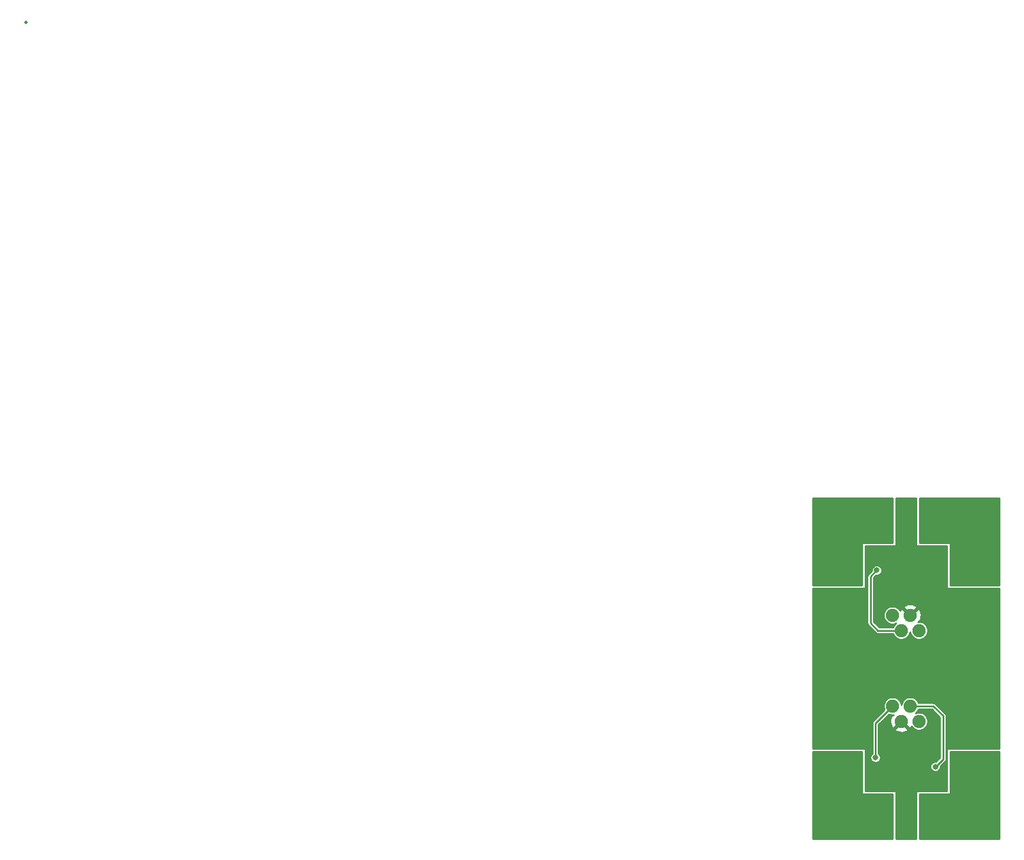
<source format=gbr>
%TF.GenerationSoftware,KiCad,Pcbnew,(5.1.10)-1*%
%TF.CreationDate,2021-07-20T09:59:38-04:00*%
%TF.ProjectId,Smart Tank Current Shunt,536d6172-7420-4546-916e-6b2043757272,rev?*%
%TF.SameCoordinates,Original*%
%TF.FileFunction,Copper,L6,Bot*%
%TF.FilePolarity,Positive*%
%FSLAX46Y46*%
G04 Gerber Fmt 4.6, Leading zero omitted, Abs format (unit mm)*
G04 Created by KiCad (PCBNEW (5.1.10)-1) date 2021-07-20 09:59:38*
%MOMM*%
%LPD*%
G01*
G04 APERTURE LIST*
%TA.AperFunction,ComponentPad*%
%ADD10C,0.500000*%
%TD*%
%TA.AperFunction,ComponentPad*%
%ADD11C,3.100000*%
%TD*%
%TA.AperFunction,ComponentPad*%
%ADD12C,3.099999*%
%TD*%
%TA.AperFunction,ComponentPad*%
%ADD13C,1.900000*%
%TD*%
%TA.AperFunction,ViaPad*%
%ADD14C,0.800000*%
%TD*%
%TA.AperFunction,Conductor*%
%ADD15C,0.250000*%
%TD*%
%TA.AperFunction,Conductor*%
%ADD16C,0.254000*%
%TD*%
%TA.AperFunction,Conductor*%
%ADD17C,0.100000*%
%TD*%
G04 APERTURE END LIST*
D10*
%TO.P,REF\u002A\u002A,1*%
%TO.N,Net-(J1-Pad8)*%
X123060000Y-115760000D03*
%TD*%
%TO.P,REF\u002A\u002A,1*%
%TO.N,Net-(J1-Pad8)*%
X122160000Y-115760000D03*
%TD*%
%TO.P,REF\u002A\u002A,1*%
%TO.N,Net-(J1-Pad8)*%
X121260000Y-115760000D03*
%TD*%
%TO.P,REF\u002A\u002A,1*%
%TO.N,Net-(J1-Pad8)*%
X123060000Y-114860000D03*
%TD*%
%TO.P,REF\u002A\u002A,1*%
%TO.N,Net-(J1-Pad8)*%
X122160000Y-114860000D03*
%TD*%
%TO.P,REF\u002A\u002A,1*%
%TO.N,Net-(J1-Pad8)*%
X121260000Y-114860000D03*
%TD*%
%TO.P,REF\u002A\u002A,1*%
%TO.N,Net-(J1-Pad8)*%
X123060000Y-113960000D03*
%TD*%
%TO.P,REF\u002A\u002A,1*%
%TO.N,Net-(J1-Pad8)*%
X122160000Y-113960000D03*
%TD*%
%TO.P,REF\u002A\u002A,1*%
%TO.N,Net-(J1-Pad8)*%
X121260000Y-113960000D03*
%TD*%
%TO.P,REF\u002A\u002A,1*%
%TO.N,Net-(J1-Pad8)*%
X123060000Y-113060000D03*
%TD*%
%TO.P,REF\u002A\u002A,1*%
%TO.N,Net-(J1-Pad8)*%
X122160000Y-113060000D03*
%TD*%
%TO.P,REF\u002A\u002A,1*%
%TO.N,Net-(J1-Pad8)*%
X121260000Y-113060000D03*
%TD*%
%TO.P,REF\u002A\u002A,1*%
%TO.N,Net-(J1-Pad8)*%
X123060000Y-112160000D03*
%TD*%
%TO.P,REF\u002A\u002A,1*%
%TO.N,Net-(J1-Pad8)*%
X122160000Y-112160000D03*
%TD*%
%TO.P,REF\u002A\u002A,1*%
%TO.N,Net-(J1-Pad8)*%
X121260000Y-112160000D03*
%TD*%
%TO.P,REF\u002A\u002A,1*%
%TO.N,Net-(J1-Pad8)*%
X123060000Y-111260000D03*
%TD*%
%TO.P,REF\u002A\u002A,1*%
%TO.N,Net-(J1-Pad8)*%
X122160000Y-111260000D03*
%TD*%
%TO.P,REF\u002A\u002A,1*%
%TO.N,Net-(J1-Pad7)*%
X131300000Y-115750000D03*
%TD*%
%TO.P,REF\u002A\u002A,1*%
%TO.N,Net-(J1-Pad7)*%
X130400000Y-115750000D03*
%TD*%
%TO.P,REF\u002A\u002A,1*%
%TO.N,Net-(J1-Pad7)*%
X129500000Y-115750000D03*
%TD*%
%TO.P,REF\u002A\u002A,1*%
%TO.N,Net-(J1-Pad7)*%
X131300000Y-114850000D03*
%TD*%
%TO.P,REF\u002A\u002A,1*%
%TO.N,Net-(J1-Pad7)*%
X130400000Y-114850000D03*
%TD*%
%TO.P,REF\u002A\u002A,1*%
%TO.N,Net-(J1-Pad7)*%
X129500000Y-114850000D03*
%TD*%
%TO.P,REF\u002A\u002A,1*%
%TO.N,Net-(J1-Pad7)*%
X131300000Y-113950000D03*
%TD*%
%TO.P,REF\u002A\u002A,1*%
%TO.N,Net-(J1-Pad7)*%
X130400000Y-113950000D03*
%TD*%
%TO.P,REF\u002A\u002A,1*%
%TO.N,Net-(J1-Pad7)*%
X129500000Y-113950000D03*
%TD*%
%TO.P,REF\u002A\u002A,1*%
%TO.N,Net-(J1-Pad7)*%
X131300000Y-113050000D03*
%TD*%
%TO.P,REF\u002A\u002A,1*%
%TO.N,Net-(J1-Pad7)*%
X130400000Y-113050000D03*
%TD*%
%TO.P,REF\u002A\u002A,1*%
%TO.N,Net-(J1-Pad7)*%
X129500000Y-113050000D03*
%TD*%
%TO.P,REF\u002A\u002A,1*%
%TO.N,Net-(J1-Pad7)*%
X131300000Y-112150000D03*
%TD*%
%TO.P,REF\u002A\u002A,1*%
%TO.N,Net-(J1-Pad7)*%
X130400000Y-112150000D03*
%TD*%
%TO.P,REF\u002A\u002A,1*%
%TO.N,Net-(J1-Pad7)*%
X129500000Y-112150000D03*
%TD*%
%TO.P,REF\u002A\u002A,1*%
%TO.N,Net-(J1-Pad7)*%
X131300000Y-111250000D03*
%TD*%
%TO.P,REF\u002A\u002A,1*%
%TO.N,Net-(J1-Pad7)*%
X130400000Y-111250000D03*
%TD*%
%TO.P,REF\u002A\u002A,1*%
%TO.N,Net-(J1-Pad2)*%
X131300000Y-74350000D03*
%TD*%
%TO.P,REF\u002A\u002A,1*%
%TO.N,Net-(J1-Pad2)*%
X130400000Y-74350000D03*
%TD*%
%TO.P,REF\u002A\u002A,1*%
%TO.N,Net-(J1-Pad2)*%
X129500000Y-74350000D03*
%TD*%
%TO.P,REF\u002A\u002A,1*%
%TO.N,Net-(J1-Pad2)*%
X131300000Y-73450000D03*
%TD*%
%TO.P,REF\u002A\u002A,1*%
%TO.N,Net-(J1-Pad2)*%
X130400000Y-73450000D03*
%TD*%
%TO.P,REF\u002A\u002A,1*%
%TO.N,Net-(J1-Pad2)*%
X129500000Y-73450000D03*
%TD*%
%TO.P,REF\u002A\u002A,1*%
%TO.N,Net-(J1-Pad2)*%
X131300000Y-72550000D03*
%TD*%
%TO.P,REF\u002A\u002A,1*%
%TO.N,Net-(J1-Pad2)*%
X130400000Y-72550000D03*
%TD*%
%TO.P,REF\u002A\u002A,1*%
%TO.N,Net-(J1-Pad2)*%
X129500000Y-72550000D03*
%TD*%
%TO.P,REF\u002A\u002A,1*%
%TO.N,Net-(J1-Pad2)*%
X131300000Y-71650000D03*
%TD*%
%TO.P,REF\u002A\u002A,1*%
%TO.N,Net-(J1-Pad2)*%
X130400000Y-71650000D03*
%TD*%
%TO.P,REF\u002A\u002A,1*%
%TO.N,Net-(J1-Pad2)*%
X129500000Y-71650000D03*
%TD*%
%TO.P,REF\u002A\u002A,1*%
%TO.N,Net-(J1-Pad2)*%
X131300000Y-70750000D03*
%TD*%
%TO.P,REF\u002A\u002A,1*%
%TO.N,Net-(J1-Pad2)*%
X130400000Y-70750000D03*
%TD*%
%TO.P,REF\u002A\u002A,1*%
%TO.N,Net-(J1-Pad2)*%
X129500000Y-70750000D03*
%TD*%
%TO.P,REF\u002A\u002A,1*%
%TO.N,Net-(J1-Pad2)*%
X131300000Y-69850000D03*
%TD*%
%TO.P,REF\u002A\u002A,1*%
%TO.N,Net-(J1-Pad2)*%
X130400000Y-69850000D03*
%TD*%
%TO.P,REF\u002A\u002A,1*%
%TO.N,Net-(J1-Pad1)*%
X123070000Y-74360000D03*
%TD*%
%TO.P,REF\u002A\u002A,1*%
%TO.N,Net-(J1-Pad1)*%
X122170000Y-74360000D03*
%TD*%
%TO.P,REF\u002A\u002A,1*%
%TO.N,Net-(J1-Pad1)*%
X121270000Y-74360000D03*
%TD*%
%TO.P,REF\u002A\u002A,1*%
%TO.N,Net-(J1-Pad1)*%
X123070000Y-73460000D03*
%TD*%
%TO.P,REF\u002A\u002A,1*%
%TO.N,Net-(J1-Pad1)*%
X122170000Y-73460000D03*
%TD*%
%TO.P,REF\u002A\u002A,1*%
%TO.N,Net-(J1-Pad1)*%
X121270000Y-73460000D03*
%TD*%
%TO.P,REF\u002A\u002A,1*%
%TO.N,Net-(J1-Pad1)*%
X123070000Y-72560000D03*
%TD*%
%TO.P,REF\u002A\u002A,1*%
%TO.N,Net-(J1-Pad1)*%
X122170000Y-72560000D03*
%TD*%
%TO.P,REF\u002A\u002A,1*%
%TO.N,Net-(J1-Pad1)*%
X121270000Y-72560000D03*
%TD*%
%TO.P,REF\u002A\u002A,1*%
%TO.N,Net-(J1-Pad1)*%
X123070000Y-71660000D03*
%TD*%
%TO.P,REF\u002A\u002A,1*%
%TO.N,Net-(J1-Pad1)*%
X122170000Y-71660000D03*
%TD*%
%TO.P,REF\u002A\u002A,1*%
%TO.N,Net-(J1-Pad1)*%
X121270000Y-71660000D03*
%TD*%
%TO.P,REF\u002A\u002A,1*%
%TO.N,Net-(J1-Pad1)*%
X123070000Y-70760000D03*
%TD*%
%TO.P,REF\u002A\u002A,1*%
%TO.N,Net-(J1-Pad1)*%
X122170000Y-70760000D03*
%TD*%
%TO.P,REF\u002A\u002A,1*%
%TO.N,Net-(J1-Pad1)*%
X121270000Y-70760000D03*
%TD*%
%TO.P,REF\u002A\u002A,1*%
%TO.N,Net-(J1-Pad1)*%
X123070000Y-69860000D03*
%TD*%
%TO.P,REF\u002A\u002A,1*%
%TO.N,Net-(J1-Pad1)*%
X122170000Y-69860000D03*
%TD*%
%TO.P,REF\u002A\u002A,1*%
%TO.N,Net-(J1-Pad8)*%
X121260000Y-111260000D03*
%TD*%
%TO.P,REF\u002A\u002A,1*%
%TO.N,Net-(J1-Pad2)*%
X129500000Y-69850000D03*
%TD*%
%TO.P,REF\u002A\u002A,1*%
%TO.N,Net-(J1-Pad1)*%
X121270000Y-69860000D03*
%TD*%
%TO.P,REF\u002A\u002A,1*%
%TO.N,Net-(J1-Pad7)*%
X129500000Y-111250000D03*
%TD*%
%TO.P,REF\u002A\u002A,1*%
%TO.N,N/C*%
X0Y0D03*
%TD*%
D11*
%TO.P,J1,1*%
%TO.N,Net-(J1-Pad1)*%
X115740000Y-72300770D03*
X115740000Y-77380770D03*
D12*
%TO.P,J1,2*%
%TO.N,Net-(J1-Pad2)*%
X136740000Y-72300770D03*
X136740000Y-77380770D03*
D13*
%TO.P,J1,3*%
%TO.N,Net-(J1-Pad3)*%
X124340000Y-85150000D03*
%TO.P,J1,5*%
%TO.N,Earth*%
X126880000Y-85150000D03*
%TO.P,J1,4*%
%TO.N,Net-(CTRL_AMPS1-Pad5)*%
X125610000Y-87360000D03*
%TO.P,J1,6*%
%TO.N,Net-(C1-Pad1)*%
X128150000Y-87360000D03*
D12*
%TO.P,J1,8*%
%TO.N,Net-(J1-Pad8)*%
X115750000Y-108160770D03*
X115750000Y-113240770D03*
%TO.P,J1,7*%
%TO.N,Net-(J1-Pad7)*%
X136740000Y-108160770D03*
X136740000Y-113240770D03*
D13*
%TO.P,J1,9*%
%TO.N,Net-(J1-Pad9)*%
X128150000Y-100400000D03*
%TO.P,J1,10*%
%TO.N,Net-(J1-Pad10)*%
X126892132Y-98200000D03*
%TO.P,J1,11*%
%TO.N,Earth*%
X125610000Y-100400000D03*
%TO.P,J1,12*%
%TO.N,Net-(C2-Pad1)*%
X124352132Y-98200000D03*
%TD*%
D14*
%TO.N,Net-(C2-Pad1)*%
X121900000Y-105600000D03*
%TO.N,Net-(CTRL_AMPS1-Pad5)*%
X122100000Y-78700000D03*
%TO.N,Net-(J1-Pad10)*%
X130500000Y-106900000D03*
%TD*%
D15*
%TO.N,Net-(C2-Pad1)*%
X121900000Y-100652132D02*
X124352132Y-98200000D01*
X121900000Y-105600000D02*
X121900000Y-100652132D01*
%TO.N,Net-(CTRL_AMPS1-Pad5)*%
X122100000Y-78700000D02*
X121200000Y-79600000D01*
X121200000Y-79600000D02*
X121200000Y-86300000D01*
X122260000Y-87360000D02*
X125610000Y-87360000D01*
X121200000Y-86300000D02*
X122260000Y-87360000D01*
%TO.N,Net-(J1-Pad10)*%
X130500000Y-106900000D02*
X131600000Y-105800000D01*
X131600000Y-105800000D02*
X131600000Y-99600000D01*
X130200000Y-98200000D02*
X126892132Y-98200000D01*
X131600000Y-99600000D02*
X130200000Y-98200000D01*
%TD*%
D16*
%TO.N,Earth*%
X127773000Y-75100000D02*
X127775440Y-75124776D01*
X127782667Y-75148601D01*
X127794403Y-75170557D01*
X127810197Y-75189803D01*
X127829443Y-75205597D01*
X127851399Y-75217333D01*
X127875224Y-75224560D01*
X127900000Y-75227000D01*
X132173000Y-75227000D01*
X132173000Y-81200000D01*
X132175440Y-81224776D01*
X132182667Y-81248601D01*
X132194403Y-81270557D01*
X132210197Y-81289803D01*
X132229443Y-81305597D01*
X132251399Y-81317333D01*
X132275224Y-81324560D01*
X132300000Y-81327000D01*
X139648000Y-81327000D01*
X139648001Y-104273000D01*
X132300000Y-104273000D01*
X132275224Y-104275440D01*
X132251399Y-104282667D01*
X132229443Y-104294403D01*
X132210197Y-104310197D01*
X132194403Y-104329443D01*
X132182667Y-104351399D01*
X132175440Y-104375224D01*
X132173000Y-104400000D01*
X132173000Y-110373000D01*
X127900000Y-110373000D01*
X127875224Y-110375440D01*
X127851399Y-110382667D01*
X127829443Y-110394403D01*
X127810197Y-110410197D01*
X127794403Y-110429443D01*
X127782667Y-110451399D01*
X127775440Y-110475224D01*
X127773000Y-110500000D01*
X127773000Y-117248000D01*
X124827000Y-117248000D01*
X124827000Y-110500000D01*
X124824560Y-110475224D01*
X124817333Y-110451399D01*
X124805597Y-110429443D01*
X124789803Y-110410197D01*
X124770557Y-110394403D01*
X124748601Y-110382667D01*
X124724776Y-110375440D01*
X124700000Y-110373000D01*
X120427000Y-110373000D01*
X120427000Y-105528397D01*
X121173000Y-105528397D01*
X121173000Y-105671603D01*
X121200938Y-105812058D01*
X121255741Y-105944364D01*
X121335302Y-106063436D01*
X121436564Y-106164698D01*
X121555636Y-106244259D01*
X121687942Y-106299062D01*
X121828397Y-106327000D01*
X121971603Y-106327000D01*
X122112058Y-106299062D01*
X122244364Y-106244259D01*
X122363436Y-106164698D01*
X122464698Y-106063436D01*
X122544259Y-105944364D01*
X122599062Y-105812058D01*
X122627000Y-105671603D01*
X122627000Y-105528397D01*
X122599062Y-105387942D01*
X122544259Y-105255636D01*
X122464698Y-105136564D01*
X122363436Y-105035302D01*
X122352000Y-105027661D01*
X122352000Y-101499752D01*
X124689853Y-101499752D01*
X124779579Y-101759042D01*
X125060671Y-101894935D01*
X125362873Y-101973379D01*
X125674573Y-101991359D01*
X125983791Y-101948184D01*
X126278644Y-101845513D01*
X126440421Y-101759042D01*
X126530147Y-101499752D01*
X125610000Y-100579605D01*
X124689853Y-101499752D01*
X122352000Y-101499752D01*
X122352000Y-100839355D01*
X123826758Y-99364598D01*
X123979645Y-99427926D01*
X124226358Y-99477000D01*
X124477906Y-99477000D01*
X124502500Y-99472108D01*
X124510246Y-99479854D01*
X124250958Y-99569579D01*
X124115065Y-99850671D01*
X124036621Y-100152873D01*
X124018641Y-100464573D01*
X124061816Y-100773791D01*
X124164487Y-101068644D01*
X124250958Y-101230421D01*
X124510248Y-101320147D01*
X125430395Y-100400000D01*
X125416253Y-100385858D01*
X125595858Y-100206253D01*
X125610000Y-100220395D01*
X125624143Y-100206253D01*
X125803748Y-100385858D01*
X125789605Y-100400000D01*
X126709752Y-101320147D01*
X126969042Y-101230421D01*
X127052998Y-101056760D01*
X127158089Y-101214040D01*
X127335960Y-101391911D01*
X127545114Y-101531663D01*
X127777513Y-101627926D01*
X128024226Y-101677000D01*
X128275774Y-101677000D01*
X128522487Y-101627926D01*
X128754886Y-101531663D01*
X128964040Y-101391911D01*
X129141911Y-101214040D01*
X129281663Y-101004886D01*
X129377926Y-100772487D01*
X129427000Y-100525774D01*
X129427000Y-100274226D01*
X129377926Y-100027513D01*
X129281663Y-99795114D01*
X129141911Y-99585960D01*
X128964040Y-99408089D01*
X128754886Y-99268337D01*
X128522487Y-99172074D01*
X128275774Y-99123000D01*
X128024226Y-99123000D01*
X127777513Y-99172074D01*
X127667924Y-99217467D01*
X127706172Y-99191911D01*
X127884043Y-99014040D01*
X128023795Y-98804886D01*
X128087123Y-98652000D01*
X130012777Y-98652000D01*
X131148001Y-99787225D01*
X131148000Y-105612776D01*
X130585093Y-106175683D01*
X130571603Y-106173000D01*
X130428397Y-106173000D01*
X130287942Y-106200938D01*
X130155636Y-106255741D01*
X130036564Y-106335302D01*
X129935302Y-106436564D01*
X129855741Y-106555636D01*
X129800938Y-106687942D01*
X129773000Y-106828397D01*
X129773000Y-106971603D01*
X129800938Y-107112058D01*
X129855741Y-107244364D01*
X129935302Y-107363436D01*
X130036564Y-107464698D01*
X130155636Y-107544259D01*
X130287942Y-107599062D01*
X130428397Y-107627000D01*
X130571603Y-107627000D01*
X130712058Y-107599062D01*
X130844364Y-107544259D01*
X130963436Y-107464698D01*
X131064698Y-107363436D01*
X131144259Y-107244364D01*
X131199062Y-107112058D01*
X131227000Y-106971603D01*
X131227000Y-106828397D01*
X131224317Y-106814907D01*
X131903906Y-106135318D01*
X131921159Y-106121159D01*
X131977643Y-106052333D01*
X132019614Y-105973810D01*
X132028546Y-105944364D01*
X132045460Y-105888608D01*
X132054187Y-105800000D01*
X132052000Y-105777795D01*
X132052000Y-99622205D01*
X132054187Y-99600000D01*
X132045460Y-99511392D01*
X132019614Y-99426190D01*
X131977642Y-99347666D01*
X131921159Y-99278841D01*
X131903905Y-99264681D01*
X130535323Y-97896100D01*
X130521159Y-97878841D01*
X130452333Y-97822357D01*
X130373810Y-97780386D01*
X130288607Y-97754540D01*
X130222205Y-97748000D01*
X130200000Y-97745813D01*
X130177795Y-97748000D01*
X128087123Y-97748000D01*
X128023795Y-97595114D01*
X127884043Y-97385960D01*
X127706172Y-97208089D01*
X127497018Y-97068337D01*
X127264619Y-96972074D01*
X127017906Y-96923000D01*
X126766358Y-96923000D01*
X126519645Y-96972074D01*
X126287246Y-97068337D01*
X126078092Y-97208089D01*
X125900221Y-97385960D01*
X125760469Y-97595114D01*
X125664206Y-97827513D01*
X125622132Y-98039034D01*
X125580058Y-97827513D01*
X125483795Y-97595114D01*
X125344043Y-97385960D01*
X125166172Y-97208089D01*
X124957018Y-97068337D01*
X124724619Y-96972074D01*
X124477906Y-96923000D01*
X124226358Y-96923000D01*
X123979645Y-96972074D01*
X123747246Y-97068337D01*
X123538092Y-97208089D01*
X123360221Y-97385960D01*
X123220469Y-97595114D01*
X123124206Y-97827513D01*
X123075132Y-98074226D01*
X123075132Y-98325774D01*
X123124206Y-98572487D01*
X123187534Y-98725374D01*
X121596096Y-100316813D01*
X121578842Y-100330973D01*
X121522358Y-100399799D01*
X121480386Y-100478323D01*
X121454540Y-100563525D01*
X121445813Y-100652132D01*
X121448001Y-100674347D01*
X121448000Y-105027661D01*
X121436564Y-105035302D01*
X121335302Y-105136564D01*
X121255741Y-105255636D01*
X121200938Y-105387942D01*
X121173000Y-105528397D01*
X120427000Y-105528397D01*
X120427000Y-104400000D01*
X120424560Y-104375224D01*
X120417333Y-104351399D01*
X120405597Y-104329443D01*
X120389803Y-104310197D01*
X120370557Y-104294403D01*
X120348601Y-104282667D01*
X120324776Y-104275440D01*
X120300000Y-104273000D01*
X112952000Y-104273000D01*
X112952000Y-81327000D01*
X120300000Y-81327000D01*
X120324776Y-81324560D01*
X120348601Y-81317333D01*
X120370557Y-81305597D01*
X120389803Y-81289803D01*
X120405597Y-81270557D01*
X120417333Y-81248601D01*
X120424560Y-81224776D01*
X120427000Y-81200000D01*
X120427000Y-79600000D01*
X120745813Y-79600000D01*
X120748000Y-79622205D01*
X120748001Y-86277785D01*
X120745813Y-86300000D01*
X120754540Y-86388607D01*
X120780386Y-86473809D01*
X120818952Y-86545960D01*
X120822358Y-86552333D01*
X120878842Y-86621159D01*
X120896096Y-86635319D01*
X121924685Y-87663910D01*
X121938841Y-87681159D01*
X122007667Y-87737643D01*
X122086190Y-87779614D01*
X122151562Y-87799444D01*
X122171392Y-87805460D01*
X122259999Y-87814187D01*
X122282204Y-87812000D01*
X124415009Y-87812000D01*
X124478337Y-87964886D01*
X124618089Y-88174040D01*
X124795960Y-88351911D01*
X125005114Y-88491663D01*
X125237513Y-88587926D01*
X125484226Y-88637000D01*
X125735774Y-88637000D01*
X125982487Y-88587926D01*
X126214886Y-88491663D01*
X126424040Y-88351911D01*
X126601911Y-88174040D01*
X126741663Y-87964886D01*
X126837926Y-87732487D01*
X126880000Y-87520966D01*
X126922074Y-87732487D01*
X127018337Y-87964886D01*
X127158089Y-88174040D01*
X127335960Y-88351911D01*
X127545114Y-88491663D01*
X127777513Y-88587926D01*
X128024226Y-88637000D01*
X128275774Y-88637000D01*
X128522487Y-88587926D01*
X128754886Y-88491663D01*
X128964040Y-88351911D01*
X129141911Y-88174040D01*
X129281663Y-87964886D01*
X129377926Y-87732487D01*
X129427000Y-87485774D01*
X129427000Y-87234226D01*
X129377926Y-86987513D01*
X129281663Y-86755114D01*
X129141911Y-86545960D01*
X128964040Y-86368089D01*
X128754886Y-86228337D01*
X128522487Y-86132074D01*
X128275774Y-86083000D01*
X128024226Y-86083000D01*
X127997854Y-86088246D01*
X127979754Y-86070146D01*
X128239042Y-85980421D01*
X128374935Y-85699329D01*
X128453379Y-85397127D01*
X128471359Y-85085427D01*
X128428184Y-84776209D01*
X128325513Y-84481356D01*
X128239042Y-84319579D01*
X127979752Y-84229853D01*
X127059605Y-85150000D01*
X127073748Y-85164143D01*
X126894143Y-85343748D01*
X126880000Y-85329605D01*
X126865858Y-85343748D01*
X126686253Y-85164143D01*
X126700395Y-85150000D01*
X125780248Y-84229853D01*
X125520958Y-84319579D01*
X125437002Y-84493240D01*
X125331911Y-84335960D01*
X125154040Y-84158089D01*
X124992645Y-84050248D01*
X125959853Y-84050248D01*
X126880000Y-84970395D01*
X127800147Y-84050248D01*
X127710421Y-83790958D01*
X127429329Y-83655065D01*
X127127127Y-83576621D01*
X126815427Y-83558641D01*
X126506209Y-83601816D01*
X126211356Y-83704487D01*
X126049579Y-83790958D01*
X125959853Y-84050248D01*
X124992645Y-84050248D01*
X124944886Y-84018337D01*
X124712487Y-83922074D01*
X124465774Y-83873000D01*
X124214226Y-83873000D01*
X123967513Y-83922074D01*
X123735114Y-84018337D01*
X123525960Y-84158089D01*
X123348089Y-84335960D01*
X123208337Y-84545114D01*
X123112074Y-84777513D01*
X123063000Y-85024226D01*
X123063000Y-85275774D01*
X123112074Y-85522487D01*
X123208337Y-85754886D01*
X123348089Y-85964040D01*
X123525960Y-86141911D01*
X123735114Y-86281663D01*
X123967513Y-86377926D01*
X124214226Y-86427000D01*
X124465774Y-86427000D01*
X124712487Y-86377926D01*
X124893371Y-86303001D01*
X124795960Y-86368089D01*
X124618089Y-86545960D01*
X124478337Y-86755114D01*
X124415009Y-86908000D01*
X122447225Y-86908000D01*
X121652000Y-86112777D01*
X121652000Y-79787223D01*
X122014907Y-79424317D01*
X122028397Y-79427000D01*
X122171603Y-79427000D01*
X122312058Y-79399062D01*
X122444364Y-79344259D01*
X122563436Y-79264698D01*
X122664698Y-79163436D01*
X122744259Y-79044364D01*
X122799062Y-78912058D01*
X122827000Y-78771603D01*
X122827000Y-78628397D01*
X122799062Y-78487942D01*
X122744259Y-78355636D01*
X122664698Y-78236564D01*
X122563436Y-78135302D01*
X122444364Y-78055741D01*
X122312058Y-78000938D01*
X122171603Y-77973000D01*
X122028397Y-77973000D01*
X121887942Y-78000938D01*
X121755636Y-78055741D01*
X121636564Y-78135302D01*
X121535302Y-78236564D01*
X121455741Y-78355636D01*
X121400938Y-78487942D01*
X121373000Y-78628397D01*
X121373000Y-78771603D01*
X121375683Y-78785093D01*
X120896100Y-79264677D01*
X120878841Y-79278841D01*
X120825155Y-79344259D01*
X120822358Y-79347667D01*
X120780386Y-79426191D01*
X120754540Y-79511393D01*
X120745813Y-79600000D01*
X120427000Y-79600000D01*
X120427000Y-75227000D01*
X124700000Y-75227000D01*
X124724776Y-75224560D01*
X124748601Y-75217333D01*
X124770557Y-75205597D01*
X124789803Y-75189803D01*
X124805597Y-75170557D01*
X124817333Y-75148601D01*
X124824560Y-75124776D01*
X124827000Y-75100000D01*
X124827000Y-68352000D01*
X127773000Y-68352000D01*
X127773000Y-75100000D01*
%TA.AperFunction,Conductor*%
D17*
G36*
X127773000Y-75100000D02*
G01*
X127775440Y-75124776D01*
X127782667Y-75148601D01*
X127794403Y-75170557D01*
X127810197Y-75189803D01*
X127829443Y-75205597D01*
X127851399Y-75217333D01*
X127875224Y-75224560D01*
X127900000Y-75227000D01*
X132173000Y-75227000D01*
X132173000Y-81200000D01*
X132175440Y-81224776D01*
X132182667Y-81248601D01*
X132194403Y-81270557D01*
X132210197Y-81289803D01*
X132229443Y-81305597D01*
X132251399Y-81317333D01*
X132275224Y-81324560D01*
X132300000Y-81327000D01*
X139648000Y-81327000D01*
X139648001Y-104273000D01*
X132300000Y-104273000D01*
X132275224Y-104275440D01*
X132251399Y-104282667D01*
X132229443Y-104294403D01*
X132210197Y-104310197D01*
X132194403Y-104329443D01*
X132182667Y-104351399D01*
X132175440Y-104375224D01*
X132173000Y-104400000D01*
X132173000Y-110373000D01*
X127900000Y-110373000D01*
X127875224Y-110375440D01*
X127851399Y-110382667D01*
X127829443Y-110394403D01*
X127810197Y-110410197D01*
X127794403Y-110429443D01*
X127782667Y-110451399D01*
X127775440Y-110475224D01*
X127773000Y-110500000D01*
X127773000Y-117248000D01*
X124827000Y-117248000D01*
X124827000Y-110500000D01*
X124824560Y-110475224D01*
X124817333Y-110451399D01*
X124805597Y-110429443D01*
X124789803Y-110410197D01*
X124770557Y-110394403D01*
X124748601Y-110382667D01*
X124724776Y-110375440D01*
X124700000Y-110373000D01*
X120427000Y-110373000D01*
X120427000Y-105528397D01*
X121173000Y-105528397D01*
X121173000Y-105671603D01*
X121200938Y-105812058D01*
X121255741Y-105944364D01*
X121335302Y-106063436D01*
X121436564Y-106164698D01*
X121555636Y-106244259D01*
X121687942Y-106299062D01*
X121828397Y-106327000D01*
X121971603Y-106327000D01*
X122112058Y-106299062D01*
X122244364Y-106244259D01*
X122363436Y-106164698D01*
X122464698Y-106063436D01*
X122544259Y-105944364D01*
X122599062Y-105812058D01*
X122627000Y-105671603D01*
X122627000Y-105528397D01*
X122599062Y-105387942D01*
X122544259Y-105255636D01*
X122464698Y-105136564D01*
X122363436Y-105035302D01*
X122352000Y-105027661D01*
X122352000Y-101499752D01*
X124689853Y-101499752D01*
X124779579Y-101759042D01*
X125060671Y-101894935D01*
X125362873Y-101973379D01*
X125674573Y-101991359D01*
X125983791Y-101948184D01*
X126278644Y-101845513D01*
X126440421Y-101759042D01*
X126530147Y-101499752D01*
X125610000Y-100579605D01*
X124689853Y-101499752D01*
X122352000Y-101499752D01*
X122352000Y-100839355D01*
X123826758Y-99364598D01*
X123979645Y-99427926D01*
X124226358Y-99477000D01*
X124477906Y-99477000D01*
X124502500Y-99472108D01*
X124510246Y-99479854D01*
X124250958Y-99569579D01*
X124115065Y-99850671D01*
X124036621Y-100152873D01*
X124018641Y-100464573D01*
X124061816Y-100773791D01*
X124164487Y-101068644D01*
X124250958Y-101230421D01*
X124510248Y-101320147D01*
X125430395Y-100400000D01*
X125416253Y-100385858D01*
X125595858Y-100206253D01*
X125610000Y-100220395D01*
X125624143Y-100206253D01*
X125803748Y-100385858D01*
X125789605Y-100400000D01*
X126709752Y-101320147D01*
X126969042Y-101230421D01*
X127052998Y-101056760D01*
X127158089Y-101214040D01*
X127335960Y-101391911D01*
X127545114Y-101531663D01*
X127777513Y-101627926D01*
X128024226Y-101677000D01*
X128275774Y-101677000D01*
X128522487Y-101627926D01*
X128754886Y-101531663D01*
X128964040Y-101391911D01*
X129141911Y-101214040D01*
X129281663Y-101004886D01*
X129377926Y-100772487D01*
X129427000Y-100525774D01*
X129427000Y-100274226D01*
X129377926Y-100027513D01*
X129281663Y-99795114D01*
X129141911Y-99585960D01*
X128964040Y-99408089D01*
X128754886Y-99268337D01*
X128522487Y-99172074D01*
X128275774Y-99123000D01*
X128024226Y-99123000D01*
X127777513Y-99172074D01*
X127667924Y-99217467D01*
X127706172Y-99191911D01*
X127884043Y-99014040D01*
X128023795Y-98804886D01*
X128087123Y-98652000D01*
X130012777Y-98652000D01*
X131148001Y-99787225D01*
X131148000Y-105612776D01*
X130585093Y-106175683D01*
X130571603Y-106173000D01*
X130428397Y-106173000D01*
X130287942Y-106200938D01*
X130155636Y-106255741D01*
X130036564Y-106335302D01*
X129935302Y-106436564D01*
X129855741Y-106555636D01*
X129800938Y-106687942D01*
X129773000Y-106828397D01*
X129773000Y-106971603D01*
X129800938Y-107112058D01*
X129855741Y-107244364D01*
X129935302Y-107363436D01*
X130036564Y-107464698D01*
X130155636Y-107544259D01*
X130287942Y-107599062D01*
X130428397Y-107627000D01*
X130571603Y-107627000D01*
X130712058Y-107599062D01*
X130844364Y-107544259D01*
X130963436Y-107464698D01*
X131064698Y-107363436D01*
X131144259Y-107244364D01*
X131199062Y-107112058D01*
X131227000Y-106971603D01*
X131227000Y-106828397D01*
X131224317Y-106814907D01*
X131903906Y-106135318D01*
X131921159Y-106121159D01*
X131977643Y-106052333D01*
X132019614Y-105973810D01*
X132028546Y-105944364D01*
X132045460Y-105888608D01*
X132054187Y-105800000D01*
X132052000Y-105777795D01*
X132052000Y-99622205D01*
X132054187Y-99600000D01*
X132045460Y-99511392D01*
X132019614Y-99426190D01*
X131977642Y-99347666D01*
X131921159Y-99278841D01*
X131903905Y-99264681D01*
X130535323Y-97896100D01*
X130521159Y-97878841D01*
X130452333Y-97822357D01*
X130373810Y-97780386D01*
X130288607Y-97754540D01*
X130222205Y-97748000D01*
X130200000Y-97745813D01*
X130177795Y-97748000D01*
X128087123Y-97748000D01*
X128023795Y-97595114D01*
X127884043Y-97385960D01*
X127706172Y-97208089D01*
X127497018Y-97068337D01*
X127264619Y-96972074D01*
X127017906Y-96923000D01*
X126766358Y-96923000D01*
X126519645Y-96972074D01*
X126287246Y-97068337D01*
X126078092Y-97208089D01*
X125900221Y-97385960D01*
X125760469Y-97595114D01*
X125664206Y-97827513D01*
X125622132Y-98039034D01*
X125580058Y-97827513D01*
X125483795Y-97595114D01*
X125344043Y-97385960D01*
X125166172Y-97208089D01*
X124957018Y-97068337D01*
X124724619Y-96972074D01*
X124477906Y-96923000D01*
X124226358Y-96923000D01*
X123979645Y-96972074D01*
X123747246Y-97068337D01*
X123538092Y-97208089D01*
X123360221Y-97385960D01*
X123220469Y-97595114D01*
X123124206Y-97827513D01*
X123075132Y-98074226D01*
X123075132Y-98325774D01*
X123124206Y-98572487D01*
X123187534Y-98725374D01*
X121596096Y-100316813D01*
X121578842Y-100330973D01*
X121522358Y-100399799D01*
X121480386Y-100478323D01*
X121454540Y-100563525D01*
X121445813Y-100652132D01*
X121448001Y-100674347D01*
X121448000Y-105027661D01*
X121436564Y-105035302D01*
X121335302Y-105136564D01*
X121255741Y-105255636D01*
X121200938Y-105387942D01*
X121173000Y-105528397D01*
X120427000Y-105528397D01*
X120427000Y-104400000D01*
X120424560Y-104375224D01*
X120417333Y-104351399D01*
X120405597Y-104329443D01*
X120389803Y-104310197D01*
X120370557Y-104294403D01*
X120348601Y-104282667D01*
X120324776Y-104275440D01*
X120300000Y-104273000D01*
X112952000Y-104273000D01*
X112952000Y-81327000D01*
X120300000Y-81327000D01*
X120324776Y-81324560D01*
X120348601Y-81317333D01*
X120370557Y-81305597D01*
X120389803Y-81289803D01*
X120405597Y-81270557D01*
X120417333Y-81248601D01*
X120424560Y-81224776D01*
X120427000Y-81200000D01*
X120427000Y-79600000D01*
X120745813Y-79600000D01*
X120748000Y-79622205D01*
X120748001Y-86277785D01*
X120745813Y-86300000D01*
X120754540Y-86388607D01*
X120780386Y-86473809D01*
X120818952Y-86545960D01*
X120822358Y-86552333D01*
X120878842Y-86621159D01*
X120896096Y-86635319D01*
X121924685Y-87663910D01*
X121938841Y-87681159D01*
X122007667Y-87737643D01*
X122086190Y-87779614D01*
X122151562Y-87799444D01*
X122171392Y-87805460D01*
X122259999Y-87814187D01*
X122282204Y-87812000D01*
X124415009Y-87812000D01*
X124478337Y-87964886D01*
X124618089Y-88174040D01*
X124795960Y-88351911D01*
X125005114Y-88491663D01*
X125237513Y-88587926D01*
X125484226Y-88637000D01*
X125735774Y-88637000D01*
X125982487Y-88587926D01*
X126214886Y-88491663D01*
X126424040Y-88351911D01*
X126601911Y-88174040D01*
X126741663Y-87964886D01*
X126837926Y-87732487D01*
X126880000Y-87520966D01*
X126922074Y-87732487D01*
X127018337Y-87964886D01*
X127158089Y-88174040D01*
X127335960Y-88351911D01*
X127545114Y-88491663D01*
X127777513Y-88587926D01*
X128024226Y-88637000D01*
X128275774Y-88637000D01*
X128522487Y-88587926D01*
X128754886Y-88491663D01*
X128964040Y-88351911D01*
X129141911Y-88174040D01*
X129281663Y-87964886D01*
X129377926Y-87732487D01*
X129427000Y-87485774D01*
X129427000Y-87234226D01*
X129377926Y-86987513D01*
X129281663Y-86755114D01*
X129141911Y-86545960D01*
X128964040Y-86368089D01*
X128754886Y-86228337D01*
X128522487Y-86132074D01*
X128275774Y-86083000D01*
X128024226Y-86083000D01*
X127997854Y-86088246D01*
X127979754Y-86070146D01*
X128239042Y-85980421D01*
X128374935Y-85699329D01*
X128453379Y-85397127D01*
X128471359Y-85085427D01*
X128428184Y-84776209D01*
X128325513Y-84481356D01*
X128239042Y-84319579D01*
X127979752Y-84229853D01*
X127059605Y-85150000D01*
X127073748Y-85164143D01*
X126894143Y-85343748D01*
X126880000Y-85329605D01*
X126865858Y-85343748D01*
X126686253Y-85164143D01*
X126700395Y-85150000D01*
X125780248Y-84229853D01*
X125520958Y-84319579D01*
X125437002Y-84493240D01*
X125331911Y-84335960D01*
X125154040Y-84158089D01*
X124992645Y-84050248D01*
X125959853Y-84050248D01*
X126880000Y-84970395D01*
X127800147Y-84050248D01*
X127710421Y-83790958D01*
X127429329Y-83655065D01*
X127127127Y-83576621D01*
X126815427Y-83558641D01*
X126506209Y-83601816D01*
X126211356Y-83704487D01*
X126049579Y-83790958D01*
X125959853Y-84050248D01*
X124992645Y-84050248D01*
X124944886Y-84018337D01*
X124712487Y-83922074D01*
X124465774Y-83873000D01*
X124214226Y-83873000D01*
X123967513Y-83922074D01*
X123735114Y-84018337D01*
X123525960Y-84158089D01*
X123348089Y-84335960D01*
X123208337Y-84545114D01*
X123112074Y-84777513D01*
X123063000Y-85024226D01*
X123063000Y-85275774D01*
X123112074Y-85522487D01*
X123208337Y-85754886D01*
X123348089Y-85964040D01*
X123525960Y-86141911D01*
X123735114Y-86281663D01*
X123967513Y-86377926D01*
X124214226Y-86427000D01*
X124465774Y-86427000D01*
X124712487Y-86377926D01*
X124893371Y-86303001D01*
X124795960Y-86368089D01*
X124618089Y-86545960D01*
X124478337Y-86755114D01*
X124415009Y-86908000D01*
X122447225Y-86908000D01*
X121652000Y-86112777D01*
X121652000Y-79787223D01*
X122014907Y-79424317D01*
X122028397Y-79427000D01*
X122171603Y-79427000D01*
X122312058Y-79399062D01*
X122444364Y-79344259D01*
X122563436Y-79264698D01*
X122664698Y-79163436D01*
X122744259Y-79044364D01*
X122799062Y-78912058D01*
X122827000Y-78771603D01*
X122827000Y-78628397D01*
X122799062Y-78487942D01*
X122744259Y-78355636D01*
X122664698Y-78236564D01*
X122563436Y-78135302D01*
X122444364Y-78055741D01*
X122312058Y-78000938D01*
X122171603Y-77973000D01*
X122028397Y-77973000D01*
X121887942Y-78000938D01*
X121755636Y-78055741D01*
X121636564Y-78135302D01*
X121535302Y-78236564D01*
X121455741Y-78355636D01*
X121400938Y-78487942D01*
X121373000Y-78628397D01*
X121373000Y-78771603D01*
X121375683Y-78785093D01*
X120896100Y-79264677D01*
X120878841Y-79278841D01*
X120825155Y-79344259D01*
X120822358Y-79347667D01*
X120780386Y-79426191D01*
X120754540Y-79511393D01*
X120745813Y-79600000D01*
X120427000Y-79600000D01*
X120427000Y-75227000D01*
X124700000Y-75227000D01*
X124724776Y-75224560D01*
X124748601Y-75217333D01*
X124770557Y-75205597D01*
X124789803Y-75189803D01*
X124805597Y-75170557D01*
X124817333Y-75148601D01*
X124824560Y-75124776D01*
X124827000Y-75100000D01*
X124827000Y-68352000D01*
X127773000Y-68352000D01*
X127773000Y-75100000D01*
G37*
%TD.AperFunction*%
%TD*%
D16*
%TO.N,Net-(J1-Pad1)*%
X124373000Y-74773000D02*
X120100000Y-74773000D01*
X120075224Y-74775440D01*
X120051399Y-74782667D01*
X120029443Y-74794403D01*
X120010197Y-74810197D01*
X119994403Y-74829443D01*
X119982667Y-74851399D01*
X119975440Y-74875224D01*
X119973000Y-74900000D01*
X119973000Y-80873000D01*
X112952000Y-80873000D01*
X112952000Y-68352000D01*
X124373000Y-68352000D01*
X124373000Y-74773000D01*
%TA.AperFunction,Conductor*%
D17*
G36*
X124373000Y-74773000D02*
G01*
X120100000Y-74773000D01*
X120075224Y-74775440D01*
X120051399Y-74782667D01*
X120029443Y-74794403D01*
X120010197Y-74810197D01*
X119994403Y-74829443D01*
X119982667Y-74851399D01*
X119975440Y-74875224D01*
X119973000Y-74900000D01*
X119973000Y-80873000D01*
X112952000Y-80873000D01*
X112952000Y-68352000D01*
X124373000Y-68352000D01*
X124373000Y-74773000D01*
G37*
%TD.AperFunction*%
%TD*%
D16*
%TO.N,Net-(J1-Pad2)*%
X139648000Y-80873000D02*
X132627000Y-80873000D01*
X132627000Y-74900000D01*
X132624560Y-74875224D01*
X132617333Y-74851399D01*
X132605597Y-74829443D01*
X132589803Y-74810197D01*
X132570557Y-74794403D01*
X132548601Y-74782667D01*
X132524776Y-74775440D01*
X132500000Y-74773000D01*
X128227000Y-74773000D01*
X128227000Y-68352000D01*
X139648000Y-68352000D01*
X139648000Y-80873000D01*
%TA.AperFunction,Conductor*%
D17*
G36*
X139648000Y-80873000D02*
G01*
X132627000Y-80873000D01*
X132627000Y-74900000D01*
X132624560Y-74875224D01*
X132617333Y-74851399D01*
X132605597Y-74829443D01*
X132589803Y-74810197D01*
X132570557Y-74794403D01*
X132548601Y-74782667D01*
X132524776Y-74775440D01*
X132500000Y-74773000D01*
X128227000Y-74773000D01*
X128227000Y-68352000D01*
X139648000Y-68352000D01*
X139648000Y-80873000D01*
G37*
%TD.AperFunction*%
%TD*%
D16*
%TO.N,Net-(J1-Pad8)*%
X119973000Y-110700000D02*
X119975440Y-110724776D01*
X119982667Y-110748601D01*
X119994403Y-110770557D01*
X120010197Y-110789803D01*
X120029443Y-110805597D01*
X120051399Y-110817333D01*
X120075224Y-110824560D01*
X120100000Y-110827000D01*
X124373000Y-110827000D01*
X124373000Y-117248000D01*
X112952000Y-117248000D01*
X112952000Y-104727000D01*
X119973000Y-104727000D01*
X119973000Y-110700000D01*
%TA.AperFunction,Conductor*%
D17*
G36*
X119973000Y-110700000D02*
G01*
X119975440Y-110724776D01*
X119982667Y-110748601D01*
X119994403Y-110770557D01*
X120010197Y-110789803D01*
X120029443Y-110805597D01*
X120051399Y-110817333D01*
X120075224Y-110824560D01*
X120100000Y-110827000D01*
X124373000Y-110827000D01*
X124373000Y-117248000D01*
X112952000Y-117248000D01*
X112952000Y-104727000D01*
X119973000Y-104727000D01*
X119973000Y-110700000D01*
G37*
%TD.AperFunction*%
%TD*%
D16*
%TO.N,Net-(J1-Pad7)*%
X139648001Y-117248000D02*
X128227000Y-117248000D01*
X128227000Y-110827000D01*
X132500000Y-110827000D01*
X132524776Y-110824560D01*
X132548601Y-110817333D01*
X132570557Y-110805597D01*
X132589803Y-110789803D01*
X132605597Y-110770557D01*
X132617333Y-110748601D01*
X132624560Y-110724776D01*
X132627000Y-110700000D01*
X132627000Y-104727000D01*
X139648001Y-104727000D01*
X139648001Y-117248000D01*
%TA.AperFunction,Conductor*%
D17*
G36*
X139648001Y-117248000D02*
G01*
X128227000Y-117248000D01*
X128227000Y-110827000D01*
X132500000Y-110827000D01*
X132524776Y-110824560D01*
X132548601Y-110817333D01*
X132570557Y-110805597D01*
X132589803Y-110789803D01*
X132605597Y-110770557D01*
X132617333Y-110748601D01*
X132624560Y-110724776D01*
X132627000Y-110700000D01*
X132627000Y-104727000D01*
X139648001Y-104727000D01*
X139648001Y-117248000D01*
G37*
%TD.AperFunction*%
%TD*%
M02*

</source>
